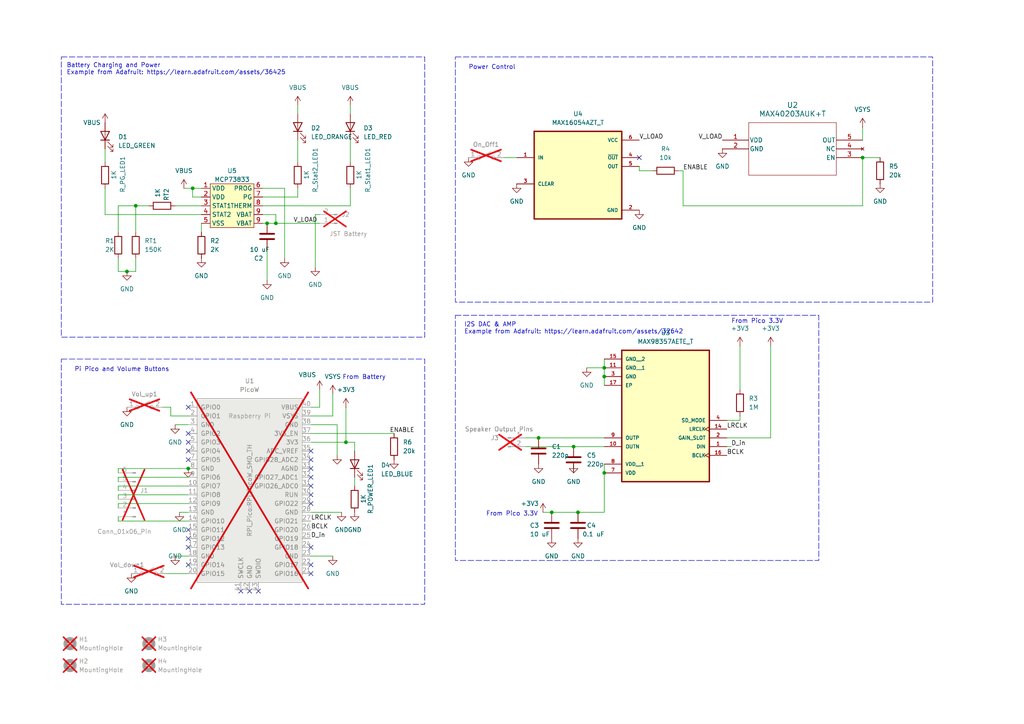
<source format=kicad_sch>
(kicad_sch (version 20231120) (generator "eeschema") (generator_version "8.0")
  (paper "A4")
  (title_block (title "BLE Speaker with Pi Pico"))
  (lib_symbols
    (symbol "+3V3_1" (power) (pin_numbers hide) (pin_names (offset 0) hide)
      (property "Value" "+3V3" (at 0 3.556 0))
      (symbol "+3V3_1_0_1"
        (polyline (pts (xy -0.762 1.27) (xy 0 2.54)))
        (polyline (pts (xy 0 0) (xy 0 2.54)))
        (polyline (pts (xy 0 2.54) (xy 0.762 1.27)))
      )
      (symbol "+3V3_1_1_1"
        (pin power_in line (at 0 0 90) (length 0) (name "~") (number "1"))
      )
    )
    (symbol "Connector:Conn_01x02_Pin" (pin_names (offset 1.016) hide)
      (property "Reference" "J" (at 0 2.54 0))
      (property "Value" "Conn_01x02_Pin" (at 0 -5.08 0))
      (symbol "Conn_01x02_Pin_1_1"
        (polyline (pts (xy 1.27 -2.54) (xy 0.8636 -2.54)) (stroke (width 0.1524)))
        (polyline (pts (xy 1.27 0) (xy 0.8636 0)) (stroke (width 0.1524)))
        (rectangle (start 0.8636 -2.413) (end 0 -2.667) (stroke (width 0.1524)) (fill (type outline)))
        (rectangle (start 0.8636 0.127) (end 0 -0.127) (stroke (width 0.1524)) (fill (type outline)))
        (pin passive line (at 5.08 0 180) (length 3.81) (name "Pin_1") (number "1"))
        (pin passive line (at 5.08 -2.54 180) (length 3.81) (name "Pin_2") (number "2"))
      )
    )
    (symbol "Connector:Conn_01x06_Pin" (pin_names (offset 1.016) hide)
      (property "Reference" "J" (at 0 7.62 0))
      (property "Value" "Conn_01x06_Pin" (at 0 -10.16 0))
      (symbol "Conn_01x06_Pin_1_1"
        (polyline (pts (xy 1.27 -7.62) (xy 0.8636 -7.62)) (stroke (width 0.1524)))
        (polyline (pts (xy 1.27 -5.08) (xy 0.8636 -5.08)) (stroke (width 0.1524)))
        (polyline (pts (xy 1.27 -2.54) (xy 0.8636 -2.54)) (stroke (width 0.1524)))
        (polyline (pts (xy 1.27 0) (xy 0.8636 0)) (stroke (width 0.1524)))
        (polyline (pts (xy 1.27 2.54) (xy 0.8636 2.54)) (stroke (width 0.1524)))
        (polyline (pts (xy 1.27 5.08) (xy 0.8636 5.08)) (stroke (width 0.1524)))
        (rectangle (start 0.8636 -7.493) (end 0 -7.747) (stroke (width 0.1524)) (fill (type outline)))
        (rectangle (start 0.8636 -4.953) (end 0 -5.207) (stroke (width 0.1524)) (fill (type outline)))
        (rectangle (start 0.8636 -2.413) (end 0 -2.667) (stroke (width 0.1524)) (fill (type outline)))
        (rectangle (start 0.8636 0.127) (end 0 -0.127) (stroke (width 0.1524)) (fill (type outline)))
        (rectangle (start 0.8636 2.667) (end 0 2.413) (stroke (width 0.1524)) (fill (type outline)))
        (rectangle (start 0.8636 5.207) (end 0 4.953) (stroke (width 0.1524)) (fill (type outline)))
        (pin passive line (at 5.08 5.08 180) (length 3.81) (name "Pin_1") (number "1"))
        (pin passive line (at 5.08 2.54 180) (length 3.81) (name "Pin_2") (number "2"))
        (pin passive line (at 5.08 0 180) (length 3.81) (name "Pin_3") (number "3"))
        (pin passive line (at 5.08 -2.54 180) (length 3.81) (name "Pin_4") (number "4"))
        (pin passive line (at 5.08 -5.08 180) (length 3.81) (name "Pin_5") (number "5"))
        (pin passive line (at 5.08 -7.62 180) (length 3.81) (name "Pin_6") (number "6"))
      )
    )
    (symbol "Device:C" (pin_numbers hide) (pin_names (offset 0.254))
      (property "Reference" "C" (at 0.635 2.54 0))
      (property "Value" "C" (at 0.635 -2.54 0))
      (symbol "C_0_1"
        (polyline (pts (xy -2.032 -0.762) (xy 2.032 -0.762)) (stroke (width 0.508)))
        (polyline (pts (xy -2.032 0.762) (xy 2.032 0.762)) (stroke (width 0.508)))
      )
      (symbol "C_1_1"
        (pin passive line (at 0 3.81 270) (length 2.794) (name "~") (number "1"))
        (pin passive line (at 0 -3.81 90) (length 2.794) (name "~") (number "2"))
      )
    )
    (symbol "Device:LED" (pin_numbers hide) (pin_names (offset 1.016) hide)
      (property "Reference" "D" (at 0 2.54 0))
      (property "Value" "LED" (at 0 -2.54 0))
      (symbol "LED_0_1"
        (polyline (pts (xy -1.27 -1.27) (xy -1.27 1.27)) (stroke (width 0.254)))
        (polyline (pts (xy -1.27 0) (xy 1.27 0)))
        (polyline (pts (xy 1.27 -1.27) (xy 1.27 1.27) (xy -1.27 0) (xy 1.27 -1.27)) (stroke (width 0.254)))
        (polyline (pts (xy -3.048 -0.762) (xy -4.572 -2.286) (xy -3.81 -2.286) (xy -4.572 -2.286) (xy -4.572 -1.524)))
        (polyline (pts (xy -1.778 -0.762) (xy -3.302 -2.286) (xy -2.54 -2.286) (xy -3.302 -2.286) (xy -3.302 -1.524)))
      )
      (symbol "LED_1_1"
        (pin passive line (at -3.81 0 0) (length 2.54) (name "K") (number "1"))
        (pin passive line (at 3.81 0 180) (length 2.54) (name "A") (number "2"))
      )
    )
    (symbol "Device:R" (pin_numbers hide) (pin_names (offset 0))
      (property "Reference" "R" (at 2.032 0 90))
      (property "Value" "R" (at 0 0 90))
      (symbol "R_0_1"
        (rectangle (start -1.016 -2.54) (end 1.016 2.54) (stroke (width 0.254)))
      )
      (symbol "R_1_1"
        (pin passive line (at 0 3.81 270) (length 1.27) (name "~") (number "1"))
        (pin passive line (at 0 -3.81 90) (length 1.27) (name "~") (number "2"))
      )
    )
    (symbol "GND_1" (power) (pin_numbers hide) (pin_names (offset 0) hide)
      (property "Value" "GND" (at 0 -3.81 0))
      (symbol "GND_1_0_1"
        (polyline (pts (xy 0 0) (xy 0 -1.27) (xy 1.27 -1.27) (xy 0 -2.54) (xy -1.27 -1.27) (xy 0 -1.27)))
      )
      (symbol "GND_1_1_1"
        (pin power_in line (at 0 0 270) (length 0) (name "~") (number "1"))
      )
    )
    (symbol "Jacobs_Lib:MAX98357AETE_T" (pin_names (offset 1.016))
      (property "Reference" "U" (at -12.7 16.2306 0))
      (property "Value" "MAX98357AETE_T" (at -12.7 -26.8478 0))
      (symbol "MAX98357AETE_T_0_0"
        (rectangle (start -12.7 -22.86) (end 12.7 15.24) (stroke (width 0.4064)) (fill (type background)))
        (pin input line (at -17.78 5.08 0) (length 5.08) (name "DIN") (number "1"))
        (pin output line (at 17.78 5.08 180) (length 5.08) (name "OUTN") (number "10"))
        (pin power_in line (at 17.78 -17.78 180) (length 5.08) (name "GND__1") (number "11"))
        (pin input clock (at -17.78 0 0) (length 5.08) (name "LRCLK") (number "14"))
        (pin power_in line (at 17.78 -20.32 180) (length 5.08) (name "GND__2") (number "15"))
        (pin input clock (at -17.78 7.62 0) (length 5.08) (name "BCLK") (number "16"))
        (pin power_in line (at 17.78 -12.7 180) (length 5.08) (name "EP") (number "17"))
        (pin input line (at -17.78 2.54 0) (length 5.08) (name "GAIN_SLOT") (number "2"))
        (pin power_in line (at 17.78 -15.24 180) (length 5.08) (name "GND") (number "3"))
        (pin input line (at -17.78 -2.54 0) (length 5.08) (name "SD_MODE") (number "4"))
        (pin power_in line (at 17.78 12.7 180) (length 5.08) (name "VDD") (number "7"))
        (pin power_in line (at 17.78 10.16 180) (length 5.08) (name "VDD__1") (number "8"))
        (pin output line (at 17.78 2.54 180) (length 5.08) (name "OUTP") (number "9"))
      )
    )
    (symbol "MAX16054AZT_T:MAX16054AZT_T" (pin_names (offset 1.016))
      (property "Reference" "U" (at -12.7 13.7 0))
      (property "Value" "MAX16054AZT_T" (at -12.7 -16.7 0))
      (symbol "MAX16054AZT_T_0_0"
        (rectangle (start -12.7 -12.7) (end 12.7 12.7) (stroke (width 0.41)) (fill (type background)))
        (pin input line (at -17.78 5.08 0) (length 5.08) (name "IN") (number "1"))
        (pin power_in line (at 17.78 -10.16 180) (length 5.08) (name "GND") (number "2"))
        (pin bidirectional line (at -17.78 -2.54 0) (length 5.08) (name "CLEAR") (number "3"))
        (pin output line (at 17.78 5.08 180) (length 5.08) (name "~{OUT}") (number "4"))
        (pin output line (at 17.78 2.54 180) (length 5.08) (name "OUT") (number "5"))
        (pin power_in line (at 17.78 10.16 180) (length 5.08) (name "VCC") (number "6"))
      )
    )
    (symbol "Mechanical:MountingHole" (pin_names (offset 1.016))
      (property "Reference" "H" (at 0 5.08 0))
      (property "Value" "MountingHole" (at 0 3.175 0))
      (symbol "MountingHole_0_1"
        (circle (center 0 0) (radius 1.27) (stroke (width 1.27)))
      )
    )
    (symbol "PicoW:PicoW" (pin_names (offset 1.016))
      (property "Reference" "U" (at -13.97 27.94 0))
      (property "Value" "PicoW" (at 0 19.05 0))
      (symbol "PicoW_0_0"
        (text "Raspberry Pi" (at 0 21.59 0) (effects (font (size 1.27 1.27))))
      )
      (symbol "PicoW_0_1"
        (rectangle (start -15.24 26.67) (end 15.24 -26.67) (fill (type background)))
      )
      (symbol "PicoW_1_1"
        (pin bidirectional line (at -17.78 24.13 0) (length 2.54) (name "GPIO0") (number "1"))
        (pin bidirectional line (at -17.78 1.27 0) (length 2.54) (name "GPIO7") (number "10"))
        (pin bidirectional line (at -17.78 -1.27 0) (length 2.54) (name "GPIO8") (number "11"))
        (pin bidirectional line (at -17.78 -3.81 0) (length 2.54) (name "GPIO9") (number "12"))
        (pin power_in line (at -17.78 -6.35 0) (length 2.54) (name "GND") (number "13"))
        (pin bidirectional line (at -17.78 -8.89 0) (length 2.54) (name "GPIO10") (number "14"))
        (pin bidirectional line (at -17.78 -11.43 0) (length 2.54) (name "GPIO11") (number "15"))
        (pin bidirectional line (at -17.78 -13.97 0) (length 2.54) (name "GPIO12") (number "16"))
        (pin bidirectional line (at -17.78 -16.51 0) (length 2.54) (name "GPIO13") (number "17"))
        (pin power_in line (at -17.78 -19.05 0) (length 2.54) (name "GND") (number "18"))
        (pin bidirectional line (at -17.78 -21.59 0) (length 2.54) (name "GPIO14") (number "19"))
        (pin bidirectional line (at -17.78 21.59 0) (length 2.54) (name "GPIO1") (number "2"))
        (pin bidirectional line (at -17.78 -24.13 0) (length 2.54) (name "GPIO15") (number "20"))
        (pin bidirectional line (at 17.78 -24.13 180) (length 2.54) (name "GPIO16") (number "21"))
        (pin bidirectional line (at 17.78 -21.59 180) (length 2.54) (name "GPIO17") (number "22"))
        (pin power_in line (at 17.78 -19.05 180) (length 2.54) (name "GND") (number "23"))
        (pin bidirectional line (at 17.78 -16.51 180) (length 2.54) (name "GPIO18") (number "24"))
        (pin bidirectional line (at 17.78 -13.97 180) (length 2.54) (name "GPIO19") (number "25"))
        (pin bidirectional line (at 17.78 -11.43 180) (length 2.54) (name "GPIO20") (number "26"))
        (pin bidirectional line (at 17.78 -8.89 180) (length 2.54) (name "GPIO21") (number "27"))
        (pin power_in line (at 17.78 -6.35 180) (length 2.54) (name "GND") (number "28"))
        (pin bidirectional line (at 17.78 -3.81 180) (length 2.54) (name "GPIO22") (number "29"))
        (pin power_in line (at -17.78 19.05 0) (length 2.54) (name "GND") (number "3"))
        (pin input line (at 17.78 -1.27 180) (length 2.54) (name "RUN") (number "30"))
        (pin bidirectional line (at 17.78 1.27 180) (length 2.54) (name "GPIO26_ADC0") (number "31"))
        (pin bidirectional line (at 17.78 3.81 180) (length 2.54) (name "GPIO27_ADC1") (number "32"))
        (pin power_in line (at 17.78 6.35 180) (length 2.54) (name "AGND") (number "33"))
        (pin bidirectional line (at 17.78 8.89 180) (length 2.54) (name "GPIO28_ADC2") (number "34"))
        (pin unspecified line (at 17.78 11.43 180) (length 2.54) (name "ADC_VREF") (number "35"))
        (pin unspecified line (at 17.78 13.97 180) (length 2.54) (name "3V3") (number "36"))
        (pin input line (at 17.78 16.51 180) (length 2.54) (name "3V3_EN") (number "37"))
        (pin bidirectional line (at 17.78 19.05 180) (length 2.54) (name "GND") (number "38"))
        (pin unspecified line (at 17.78 21.59 180) (length 2.54) (name "VSYS") (number "39"))
        (pin bidirectional line (at -17.78 16.51 0) (length 2.54) (name "GPIO2") (number "4"))
        (pin unspecified line (at 17.78 24.13 180) (length 2.54) (name "VBUS") (number "40"))
        (pin input line (at -2.54 -29.21 90) (length 2.54) (name "SWCLK") (number "41"))
        (pin power_in line (at 0 -29.21 90) (length 2.54) (name "GND") (number "42"))
        (pin bidirectional line (at 2.54 -29.21 90) (length 2.54) (name "SWDIO") (number "43"))
        (pin bidirectional line (at -17.78 13.97 0) (length 2.54) (name "GPIO3") (number "5"))
        (pin bidirectional line (at -17.78 11.43 0) (length 2.54) (name "GPIO4") (number "6"))
        (pin bidirectional line (at -17.78 8.89 0) (length 2.54) (name "GPIO5") (number "7"))
        (pin power_in line (at -17.78 6.35 0) (length 2.54) (name "GND") (number "8"))
        (pin bidirectional line (at -17.78 3.81 0) (length 2.54) (name "GPIO6") (number "9"))
      )
    )
    (symbol "Switch:SW_SPST" (pin_names (offset 0) hide)
      (property "Reference" "SW" (at 0 3.175 0))
      (property "Value" "SW_SPST" (at 0 -2.54 0))
      (symbol "SW_SPST_0_0"
        (circle (center -2.032 0) (radius 0.508))
        (polyline (pts (xy -1.524 0.254) (xy 1.524 1.778)))
        (circle (center 2.032 0) (radius 0.508))
      )
      (symbol "SW_SPST_1_1"
        (pin passive line (at -5.08 0 0) (length 2.54) (name "A") (number "1"))
        (pin passive line (at 5.08 0 180) (length 2.54) (name "B") (number "2"))
      )
    )
    (symbol "VBUS_1" (power) (pin_numbers hide) (pin_names (offset 0) hide)
      (property "Value" "VBUS" (at 0 3.556 0))
      (symbol "VBUS_1_0_1"
        (polyline (pts (xy -0.762 1.27) (xy 0 2.54)))
        (polyline (pts (xy 0 0) (xy 0 2.54)))
        (polyline (pts (xy 0 2.54) (xy 0.762 1.27)))
      )
      (symbol "VBUS_1_1_1"
        (pin power_in line (at 0 0 90) (length 0) (name "~") (number "1"))
      )
    )
    (symbol "max040302:MAX40203AUK+T" (pin_names (offset 0.254))
      (property "Reference" "U" (at 20.32 10.16 0))
      (property "Value" "MAX40203AUK+T" (at 20.32 7.62 0))
      (symbol "MAX40203AUK+T_0_1"
        (polyline (pts (xy 7.62 -10.16) (xy 33.02 -10.16)) (stroke (width 0.127)))
        (polyline (pts (xy 7.62 5.08) (xy 7.62 -10.16)) (stroke (width 0.127)))
        (polyline (pts (xy 33.02 -10.16) (xy 33.02 5.08)) (stroke (width 0.127)))
        (polyline (pts (xy 33.02 5.08) (xy 7.62 5.08)) (stroke (width 0.127)))
        (pin power_in line (at 0 0 0) (length 7.62) (name "VDD") (number "1"))
        (pin power_in line (at 0 -2.54 0) (length 7.62) (name "GND") (number "2"))
        (pin input line (at 40.64 -5.08 180) (length 7.62) (name "EN") (number "3"))
        (pin no_connect line (at 40.64 -2.54 180) (length 7.62) (name "NC") (number "4"))
        (pin output line (at 40.64 0 180) (length 7.62) (name "OUT") (number "5"))
      )
    )
    (symbol "mcp73833:MCP73833"
      (property "Reference" "U" (at -2.54 7.62 0))
      (symbol "MCP73833_1_1"
        (rectangle (start -5.08 6.35) (end 7.62 -6.35) (fill (type background)))
        (pin input line (at -7.62 5.08 0) (length 2.54) (name "VDD") (number "1"))
        (pin input line (at -7.62 2.54 0) (length 2.54) (name "VDD") (number "2"))
        (pin output line (at -7.62 0 0) (length 2.54) (name "STAT1") (number "3"))
        (pin output line (at -7.62 -2.54 0) (length 2.54) (name "STAT2") (number "4"))
        (pin input line (at -7.62 -5.08 0) (length 2.54) (name "VSS") (number "5"))
        (pin input line (at 10.16 5.08 180) (length 2.54) (name "PROG") (number "6"))
        (pin output line (at 10.16 2.54 180) (length 2.54) (name "PG") (number "7"))
        (pin input line (at 10.16 0 180) (length 2.54) (name "THERM") (number "8"))
        (pin output line (at 10.16 -5.08 180) (length 2.54) (name "VBAT") (number "9"))
        (pin output line (at 10.16 -2.54 180) (length 2.54) (name "VBAT") (number "9"))
      )
    )
    (symbol "power:+3V3" (power) (pin_names (offset 0))
      (property "Value" "+3V3" (at 0 3.556 0))
      (symbol "+3V3_0_1"
        (polyline (pts (xy -0.762 1.27) (xy 0 2.54)))
        (polyline (pts (xy 0 0) (xy 0 2.54)))
        (polyline (pts (xy 0 2.54) (xy 0.762 1.27)))
      )
      (symbol "+3V3_1_1"
        (pin power_in line (at 0 0 90) (length 0) hide (name "+3V3") (number "1"))
      )
    )
    (symbol "power:GND" (power) (pin_names (offset 0))
      (property "Value" "GND" (at 0 -3.81 0))
      (symbol "GND_0_1"
        (polyline (pts (xy 0 0) (xy 0 -1.27) (xy 1.27 -1.27) (xy 0 -2.54) (xy -1.27 -1.27) (xy 0 -1.27)))
      )
      (symbol "GND_1_1"
        (pin power_in line (at 0 0 270) (length 0) hide (name "GND") (number "1"))
      )
    )
    (symbol "power:VBUS" (power) (pin_names (offset 0))
      (property "Value" "VBUS" (at 0 3.81 0))
      (symbol "VBUS_0_1"
        (polyline (pts (xy -0.762 1.27) (xy 0 2.54)))
        (polyline (pts (xy 0 0) (xy 0 2.54)))
        (polyline (pts (xy 0 2.54) (xy 0.762 1.27)))
      )
      (symbol "VBUS_1_1"
        (pin power_in line (at 0 0 90) (length 0) hide (name "VBUS") (number "1"))
      )
    )
    (symbol "power:VCC" (power) (pin_numbers hide) (pin_names (offset 0) hide)
      (property "Value" "VCC" (at 0 3.556 0))
      (symbol "VCC_0_1"
        (polyline (pts (xy -0.762 1.27) (xy 0 2.54)))
        (polyline (pts (xy 0 0) (xy 0 2.54)))
        (polyline (pts (xy 0 2.54) (xy 0.762 1.27)))
      )
      (symbol "VCC_1_1"
        (pin power_in line (at 0 0 90) (length 0) (name "~") (number "1"))
      )
    )
    (symbol "power:VDD" (power) (pin_names (offset 0))
      (property "Value" "VDD" (at 0 3.81 0))
      (symbol "VDD_0_1"
        (polyline (pts (xy -0.762 1.27) (xy 0 2.54)))
        (polyline (pts (xy 0 0) (xy 0 2.54)))
        (polyline (pts (xy 0 2.54) (xy 0.762 1.27)))
      )
      (symbol "VDD_1_1"
        (pin power_in line (at 0 0 90) (length 0) hide (name "VDD") (number "1"))
      )
    )
  )
  (junction (at 175.26 106.68))
  (junction (at 156.21 127))
  (junction (at 36.83 78.74))
  (junction (at 160.02 148.59))
  (junction (at 175.26 109.22))
  (junction (at 80.01 64.77))
  (junction (at 55.88 54.61))
  (junction (at 166.37 129.54))
  (junction (at 250.19 45.72))
  (junction (at 100.33 128.27))
  (junction (at 54.61 135.89))
  (junction (at 77.47 64.77))
  (junction (at 175.26 137.16))
  (junction (at 39.37 59.69))
  (junction (at 167.64 148.59))
  (no_connect (at 90.17 133.35))
  (no_connect (at 185.42 45.72))
  (no_connect (at 90.17 135.89))
  (no_connect (at 90.17 166.37))
  (no_connect (at 54.61 130.81))
  (no_connect (at 69.85 171.45))
  (no_connect (at 54.61 163.83))
  (no_connect (at 90.17 158.75))
  (no_connect (at 90.17 140.97))
  (no_connect (at 54.61 133.35))
  (no_connect (at 54.61 125.73))
  (no_connect (at 54.61 158.75))
  (no_connect (at 74.93 171.45))
  (no_connect (at 72.39 171.45))
  (no_connect (at 54.61 128.27))
  (no_connect (at 54.61 153.67))
  (no_connect (at 90.17 130.81))
  (no_connect (at 54.61 118.11))
  (no_connect (at 90.17 143.51))
  (no_connect (at 90.17 138.43))
  (no_connect (at 90.17 163.83))
  (no_connect (at 54.61 156.21))
  (no_connect (at 90.17 146.05))
  (wire (pts (xy 34.29 146.05) (xy 54.61 146.05)))
  (wire (pts (xy 77.47 72.39) (xy 77.47 81.28)))
  (wire (pts (xy 77.47 64.77) (xy 80.01 64.77)))
  (wire (pts (xy 86.36 54.61) (xy 86.36 57.15)))
  (wire (pts (xy 101.6 54.61) (xy 101.6 59.69)))
  (wire (pts (xy 101.6 30.48) (xy 101.6 33.02)))
  (wire (pts (xy 49.53 118.11) (xy 49.53 120.65)))
  (wire (pts (xy 76.2 62.23) (xy 80.01 62.23)))
  (wire (pts (xy 34.29 143.51) (xy 54.61 143.51)))
  (wire (pts (xy 167.64 148.59) (xy 175.26 148.59)))
  (wire (pts (xy 50.8 161.29) (xy 54.61 161.29)))
  (wire (pts (xy 34.29 138.43) (xy 54.61 138.43)))
  (wire (pts (xy 166.37 137.16) (xy 166.37 134.62)))
  (wire (pts (xy 34.29 142.24) (xy 34.29 140.97)))
  (wire (pts (xy 34.29 139.7) (xy 34.29 138.43)))
  (wire (pts (xy 91.44 62.23) (xy 91.44 77.47)))
  (wire (pts (xy 250.19 59.69) (xy 250.19 45.72)))
  (wire (pts (xy 90.17 120.65) (xy 96.52 120.65)))
  (wire (pts (xy 102.87 138.43) (xy 102.87 140.97)))
  (wire (pts (xy 58.42 57.15) (xy 55.88 57.15)))
  (wire (pts (xy 34.29 74.93) (xy 34.29 78.74)))
  (wire (pts (xy 250.19 36.83) (xy 250.19 40.64)))
  (wire (pts (xy 36.83 78.74) (xy 39.37 78.74)))
  (wire (pts (xy 175.26 104.14) (xy 175.26 106.68)))
  (wire (pts (xy 175.26 109.22) (xy 175.26 111.76)))
  (wire (pts (xy 82.55 54.61) (xy 82.55 74.93)))
  (wire (pts (xy 76.2 59.69) (xy 101.6 59.69)))
  (wire (pts (xy 175.26 137.16) (xy 175.26 148.59)))
  (wire (pts (xy 152.4 129.54) (xy 166.37 129.54)))
  (wire (pts (xy 55.88 54.61) (xy 55.88 57.15)))
  (wire (pts (xy 198.12 49.53) (xy 196.85 49.53)))
  (wire (pts (xy 76.2 64.77) (xy 77.47 64.77)))
  (wire (pts (xy 34.29 144.78) (xy 34.29 143.51)))
  (wire (pts (xy 100.33 118.11) (xy 100.33 128.27)))
  (wire (pts (xy 50.8 123.19) (xy 54.61 123.19)))
  (wire (pts (xy 34.29 140.97) (xy 54.61 140.97)))
  (wire (pts (xy 48.26 166.37) (xy 54.61 166.37)))
  (wire (pts (xy 90.17 125.73) (xy 114.3 125.73)))
  (wire (pts (xy 34.29 149.86) (xy 34.29 151.13)))
  (wire (pts (xy 212.09 129.54) (xy 210.82 129.54)))
  (wire (pts (xy 34.29 151.13) (xy 54.61 151.13)))
  (wire (pts (xy 214.63 120.65) (xy 214.63 121.92)))
  (wire (pts (xy 39.37 74.93) (xy 39.37 78.74)))
  (wire (pts (xy 49.53 120.65) (xy 54.61 120.65)))
  (wire (pts (xy 76.2 54.61) (xy 82.55 54.61)))
  (wire (pts (xy 97.79 132.08) (xy 97.79 123.19)))
  (wire (pts (xy 80.01 64.77) (xy 92.71 64.77)))
  (wire (pts (xy 185.42 49.53) (xy 185.42 48.26)))
  (wire (pts (xy 34.29 59.69) (xy 34.29 67.31)))
  (wire (pts (xy 92.71 62.23) (xy 91.44 62.23)))
  (wire (pts (xy 34.29 135.89) (xy 54.61 135.89)))
  (wire (pts (xy 90.17 161.29) (xy 96.52 161.29)))
  (wire (pts (xy 96.52 114.3) (xy 96.52 120.65)))
  (wire (pts (xy 146.05 45.72) (xy 149.86 45.72)))
  (wire (pts (xy 90.17 148.59) (xy 99.06 148.59)))
  (wire (pts (xy 53.34 54.61) (xy 55.88 54.61)))
  (wire (pts (xy 101.6 40.64) (xy 101.6 46.99)))
  (wire (pts (xy 198.12 59.69) (xy 250.19 59.69)))
  (wire (pts (xy 170.18 106.68) (xy 175.26 106.68)))
  (wire (pts (xy 214.63 100.33) (xy 214.63 113.03)))
  (wire (pts (xy 86.36 30.48) (xy 86.36 33.02)))
  (wire (pts (xy 210.82 121.92) (xy 214.63 121.92)))
  (wire (pts (xy 34.29 78.74) (xy 36.83 78.74)))
  (wire (pts (xy 175.26 106.68) (xy 175.26 109.22)))
  (wire (pts (xy 30.48 43.18) (xy 30.48 46.99)))
  (wire (pts (xy 198.12 49.53) (xy 198.12 59.69)))
  (wire (pts (xy 157.48 148.59) (xy 160.02 148.59)))
  (wire (pts (xy 34.29 147.32) (xy 34.29 146.05)))
  (wire (pts (xy 34.29 137.16) (xy 34.29 135.89)))
  (wire (pts (xy 30.48 54.61) (xy 30.48 62.23)))
  (wire (pts (xy 52.07 148.59) (xy 54.61 148.59)))
  (wire (pts (xy 250.19 45.72) (xy 255.27 45.72)))
  (wire (pts (xy 160.02 148.59) (xy 167.64 148.59)))
  (wire (pts (xy 39.37 59.69) (xy 43.18 59.69)))
  (wire (pts (xy 39.37 59.69) (xy 39.37 67.31)))
  (wire (pts (xy 223.52 100.33) (xy 223.52 127)))
  (wire (pts (xy 86.36 40.64) (xy 86.36 46.99)))
  (wire (pts (xy 100.33 128.27) (xy 102.87 128.27)))
  (wire (pts (xy 50.8 59.69) (xy 58.42 59.69)))
  (wire (pts (xy 46.99 118.11) (xy 49.53 118.11)))
  (wire (pts (xy 80.01 62.23) (xy 80.01 64.77)))
  (wire (pts (xy 156.21 127) (xy 175.26 127)))
  (wire (pts (xy 210.82 127) (xy 223.52 127)))
  (wire (pts (xy 152.4 127) (xy 156.21 127)))
  (wire (pts (xy 58.42 54.61) (xy 55.88 54.61)))
  (wire (pts (xy 30.48 62.23) (xy 58.42 62.23)))
  (wire (pts (xy 76.2 57.15) (xy 86.36 57.15)))
  (wire (pts (xy 97.79 123.19) (xy 90.17 123.19)))
  (wire (pts (xy 90.17 118.11) (xy 92.71 118.11)))
  (wire (pts (xy 92.71 118.11) (xy 92.71 113.03)))
  (wire (pts (xy 58.42 67.31) (xy 58.42 64.77)))
  (wire (pts (xy 102.87 130.81) (xy 102.87 128.27)))
  (wire (pts (xy 189.23 49.53) (xy 185.42 49.53)))
  (wire (pts (xy 166.37 129.54) (xy 175.26 129.54)))
  (wire (pts (xy 34.29 59.69) (xy 39.37 59.69)))
  (wire (pts (xy 175.26 134.62) (xy 175.26 137.16)))
  (wire (pts (xy 90.17 128.27) (xy 100.33 128.27)))
  (rectangle (start 17.78 104.14) (end 123.19 175.26) (stroke (width 0) (type dash)))
  (rectangle (start 17.78 16.51) (end 123.19 97.79) (stroke (width 0) (type dash)))
  (rectangle (start 132.08 91.44) (end 237.49 162.56) (stroke (width 0) (type dash)))
  (rectangle (start 132.08 16.51) (end 270.51 87.63) (stroke (width 0) (type dash)))
  (text "From Battery " (at 99.314 110.236 0) (effects (font (size 1.27 1.27)) (justify left bottom)))
  (text "From Pico 3.3V" (at 212.09 93.98 0) (effects (font (size 1.27 1.27)) (justify left bottom)))
  (text "From Pico 3.3V" (at 140.97 149.86 0) (effects (font (size 1.27 1.27)) (justify left bottom)))
  (text "Power Control" (at 135.89 20.32 0) (effects (font (size 1.27 1.27)) (justify left bottom)))
  (text "Battery Charging and Power\nExample from Adafruit: https://learn.adafruit.com/assets/36425\n" (at 19.304 21.844 0) (effects (font (size 1.27 1.27)) (justify left bottom)))
  (text "Pi Pico and Volume Buttons" (at 21.59 107.95 0) (effects (font (size 1.27 1.27)) (justify left bottom)))
  (text "I2S DAC & AMP\nExample from Adafruit: https://learn.adafruit.com/assets/32642" (at 134.62 97.028 0) (effects (font (size 1.27 1.27)) (justify left bottom)))
  (label "ENABLE" (at 113.03 125.73 0))
  (label "LRCLK" (at 210.82 124.46 0))
  (label "V_LOAD" (at 185.42 40.64 0))
  (label "D_in" (at 212.09 129.54 0))
  (label "V_LOAD" (at 209.55 40.64 180))
  (label "D_in" (at 90.17 156.21 0))
  (label "BCLK" (at 90.17 153.67 0))
  (label "V_LOAD" (at 85.09 64.77 0))
  (label "ENABLE" (at 198.12 49.53 0))
  (label "BCLK" (at 210.82 132.08 0))
  (label "LRCLK" (at 90.17 151.13 0))
  (symbol (lib_id "Device:R") (at 39.37 71.12 0) (unit 1)
    (property "Reference" "RT1" (at 41.91 69.85 0) (effects (justify left)))
    (property "Value" "150K" (at 41.91 72.39 0) (effects (justify left)))
    (property "Footprint" "Resistor_SMD:R_0603_1608Metric" (effects (hide yes)))
    (property "Link" "https://www.digikey.com/en/products/detail/yageo/RC0603FR-07150KL/726959" (effects (hide yes)))
    (property "MPN" "RC0603FR-07150KL" (effects (hide yes)))
  )
  (symbol (lib_id "Device:R") (at 101.6 50.8 0) (unit 1)
    (property "Reference" "R_Stat1_LED1" (at 106.68 55.88 90) (effects (justify left)))
    (property "Value" "1K" (at 104.14 52.07 90) (effects (justify left)))
    (property "Footprint" "Resistor_SMD:R_0603_1608Metric" (effects (hide yes)))
    (property "Link" "https://www.digikey.com/en/products/detail/yageo/RC0603FR-071KL/726843" (effects (hide yes)))
    (property "MPN" "RC0603FR-071KL" (effects (hide yes)))
  )
  (symbol (lib_id "Device:C") (at 167.64 152.4 0) (unit 1)
    (property "Reference" "C4" (at 170.18 152.4 0) (effects (justify left)))
    (property "Value" "0.1 uF" (at 168.91 154.94 0) (effects (justify left)))
    (property "Footprint" "Capacitor_SMD:C_0603_1608Metric" (effects (hide yes)))
    (property "MPN" "CC0603KRX7R7BB104" (effects (hide yes)))
  )
  (symbol (lib_id "max040302:MAX40203AUK+T") (at 209.55 40.64 0) (unit 1)
    (property "Reference" "U2" (at 229.87 30.48 0) (effects (font (size 1.524 1.524))))
    (property "Value" "MAX40203AUK+T" (at 229.87 33.02 0) (effects (font (size 1.524 1.524))))
    (property "Footprint" "21-0057F_MXM" (effects (hide yes)))
    (property "Datasheet" "MAX40203AUK+T" (effects (hide yes)))
    (property "Link" "https://www.digikey.com/en/products/detail/analog-devices-inc-maxim-integrated/MAX40203AUK-T/10447227?msockid=1cfcdfe0f76b64111d36cc60f6416529" (effects (hide yes)))
    (property "MPN" "MAX40203AUK+T" (effects (hide yes)))
  )
  (symbol (lib_id "power:+3V3") (at 157.48 148.59 0) (unit 1)
    (property "Reference" "#PWR017" (effects (hide yes)))
    (property "Value" "+3V3" (at 153.67 146.05 0))
  )
  (symbol (lib_id "Switch:SW_SPST") (at 140.97 45.72 0) (unit 1) (dnp yes)
    (property "Reference" "On_Off1" (at 140.97 41.91 0))
    (property "Value" "SW_SPST" (effects (hide yes)))
    (property "Footprint" "Button_Switch_THT:SW_PUSH_6mm_H9.5mm" (effects (hide yes)))
  )
  (symbol (lib_name "GND_1") (lib_id "power:GND") (at 149.86 53.34 0) (unit 1)
    (property "Reference" "#PWR025" (effects (hide yes)))
    (property "Value" "GND" (at 149.86 58.42 0))
    (property "Description" "Power symbol creates a global label with name \"GND\" , ground" (effects (hide yes)))
  )
  (symbol (lib_id "Device:LED") (at 30.48 39.37 90) (unit 1)
    (property "Reference" "D1" (at 34.29 39.6874 90) (effects (justify right)))
    (property "Value" "LED_GREEN" (at 34.29 42.2274 90) (effects (justify right)))
    (property "Footprint" "LED_SMD:LED_0402_1005Metric_Pad0.77x0.64mm_HandSolder" (effects (hide yes)))
    (property "MPN" "150040GS73240" (effects (hide yes)))
  )
  (symbol (lib_id "power:GND") (at 167.64 156.21 0) (unit 1)
    (property "Reference" "#PWR019" (effects (hide yes)))
    (property "Value" "GND" (at 167.64 161.29 0))
  )
  (symbol (lib_id "power:VCC") (at 250.19 36.83 0) (unit 1)
    (property "Reference" "#PWR032" (effects (hide yes)))
    (property "Value" "VSYS" (at 250.19 31.75 0))
    (property "Description" "Power symbol creates a global label with name \"VCC\"" (effects (hide yes)))
  )
  (symbol (lib_id "Mechanical:MountingHole") (at 43.18 193.04 0) (unit 1) (dnp yes)
    (property "Reference" "H4" (at 45.72 191.77 0) (effects (justify left)))
    (property "Value" "MountingHole" (at 45.72 194.31 0) (effects (justify left)))
    (property "Footprint" "MountingHole:MountingHole_2mm" (effects (hide yes)))
  )
  (symbol (lib_id "Switch:SW_SPST") (at 43.18 166.37 0) (unit 1) (dnp yes)
    (property "Reference" "Vol_down1" (at 36.83 163.83 0))
    (property "Value" "SW_SPST" (effects (hide yes)))
    (property "Footprint" "Button_Switch_THT:SW_PUSH_6mm_H8mm" (effects (hide yes)))
  )
  (symbol (lib_id "power:GND") (at 82.55 74.93 0) (unit 1)
    (property "Reference" "#PWR020" (effects (hide yes)))
    (property "Value" "GND" (at 82.55 80.01 0))
  )
  (symbol (lib_id "power:GND") (at 160.02 156.21 0) (unit 1)
    (property "Reference" "#PWR018" (effects (hide yes)))
    (property "Value" "GND" (at 160.02 161.29 0))
  )
  (symbol (lib_id "Device:R") (at 255.27 49.53 180) (unit 1)
    (property "Reference" "R5" (at 257.81 48.2599 0) (effects (justify right)))
    (property "Value" "20k" (at 257.81 50.7999 0) (effects (justify right)))
    (property "Footprint" "Resistor_SMD:R_0603_1608Metric_Pad0.98x0.95mm_HandSolder" (effects (hide yes)))
    (property "Description" "Resistor" (effects (hide yes)))
    (property "MPN" "ERJ-3EKF2002V" (effects (hide yes)))
  )
  (symbol (lib_id "power:VBUS") (at 86.36 30.48 0) (unit 1)
    (property "Reference" "#PWR023" (effects (hide yes)))
    (property "Value" "VBUS" (at 86.36 25.4 0))
  )
  (symbol (lib_id "power:VBUS") (at 30.48 35.56 0) (unit 1)
    (property "Reference" "#PWR09" (effects (hide yes)))
    (property "Value" "VBUS" (at 26.67 35.56 0))
  )
  (symbol (lib_id "power:GND") (at 50.8 161.29 0) (unit 1)
    (property "Reference" "#PWR07" (effects (hide yes)))
    (property "Value" "GND" (at 50.8 161.29 0))
  )
  (symbol (lib_id "power:GND") (at 166.37 134.62 0) (unit 1)
    (property "Reference" "#PWR04" (effects (hide yes)))
    (property "Value" "GND" (at 166.37 139.7 0))
  )
  (symbol (lib_id "Device:R") (at 86.36 50.8 0) (unit 1)
    (property "Reference" "R_Stat2_LED1" (at 91.44 55.88 90) (effects (justify left)))
    (property "Value" "1K" (at 88.9 52.07 90) (effects (justify left)))
    (property "Footprint" "Resistor_SMD:R_0603_1608Metric" (effects (hide yes)))
    (property "Link" "https://www.digikey.com/en/products/detail/yageo/RC0603FR-071KL/726843" (effects (hide yes)))
    (property "MPN" "RC0603FR-071KL" (effects (hide yes)))
  )
  (symbol (lib_id "Device:LED") (at 86.36 36.83 90) (unit 1)
    (property "Reference" "D2" (at 90.17 37.1474 90) (effects (justify right)))
    (property "Value" "LED_ORANGE" (at 90.17 39.6874 90) (effects (justify right)))
    (property "Footprint" "LED_SMD:LED_0402_1005Metric_Pad0.77x0.64mm_HandSolder" (effects (hide yes)))
    (property "MPN" "SML-LX0402SOC-TR" (effects (hide yes)))
  )
  (symbol (lib_id "Device:R") (at 114.3 129.54 0) (unit 1)
    (property "Reference" "R6" (at 116.84 128.2699 0) (effects (justify left)))
    (property "Value" "20k" (at 116.84 130.8099 0) (effects (justify left)))
    (property "Footprint" "Resistor_SMD:R_0603_1608Metric_Pad0.98x0.95mm_HandSolder" (effects (hide yes)))
    (property "Description" "Resistor" (effects (hide yes)))
    (property "MPN" "ERJ-3EKF2002V" (effects (hide yes)))
  )
  (symbol (lib_id "power:VDD") (at 96.52 114.3 0) (unit 1)
    (property "Reference" "#PWR027" (effects (hide yes)))
    (property "Value" "VSYS" (at 96.52 109.22 0))
  )
  (symbol (lib_id "power:GND") (at 156.21 134.62 0) (unit 1)
    (property "Reference" "#PWR03" (effects (hide yes)))
    (property "Value" "GND" (at 156.21 139.7 0))
  )
  (symbol (lib_id "power:GND") (at 96.52 161.29 0) (unit 1)
    (property "Reference" "#PWR012" (effects (hide yes)))
    (property "Value" "GND" (at 96.52 166.37 0))
  )
  (symbol (lib_id "power:GND") (at 52.07 148.59 0) (unit 1)
    (property "Reference" "#PWR08" (effects (hide yes)))
    (property "Value" "GND" (at 52.07 153.67 0))
  )
  (symbol (lib_id "Device:R") (at 34.29 71.12 0) (unit 1)
    (property "Reference" "R1" (at 30.48 69.85 0) (effects (justify left)))
    (property "Value" "2K" (at 30.48 72.39 0) (effects (justify left)))
    (property "Footprint" "Resistor_SMD:R_0603_1608Metric" (effects (hide yes)))
    (property "MPN" "ERJ-3EKF2001V" (effects (hide yes)))
  )
  (symbol (lib_id "Device:R") (at 58.42 71.12 0) (unit 1)
    (property "Reference" "R2" (at 60.96 69.85 0) (effects (justify left)))
    (property "Value" "2K" (at 60.96 72.39 0) (effects (justify left)))
    (property "Footprint" "Resistor_SMD:R_0603_1608Metric" (effects (hide yes)))
    (property "MPN" "ERJ-3EKF2001V" (effects (hide yes)))
  )
  (symbol (lib_id "power:GND") (at 135.89 45.72 0) (unit 1)
    (property "Reference" "#PWR028" (effects (hide yes)))
    (property "Value" "GND" (at 135.89 50.8 0))
  )
  (symbol (lib_id "power:GND") (at 97.79 132.08 0) (unit 1)
    (property "Reference" "#PWR016" (effects (hide yes)))
    (property "Value" "GND" (effects (hide yes)))
  )
  (symbol (lib_id "Connector:Conn_01x02_Pin") (at 97.79 64.77 180) (unit 1) (dnp yes)
    (property "Reference" "J2" (at 99.06 62.23 0) (effects (justify right)))
    (property "Value" "JST Battery" (at 95.504 67.818 0) (effects (justify right)))
    (property "Footprint" "Connector_JST:JST_PH_S2B-PH-SM4-TB_1x02-1MP_P2.00mm_Horizontal" (effects (hide yes)))
  )
  (symbol (lib_id "power:GND") (at 170.18 106.68 0) (unit 1)
    (property "Reference" "#PWR029" (effects (hide yes)))
    (property "Value" "GND" (at 170.18 111.76 0))
  )
  (symbol (lib_id "power:GND") (at 36.83 78.74 0) (unit 1)
    (property "Reference" "#PWR010" (effects (hide yes)))
    (property "Value" "GND" (at 36.83 83.82 0))
  )
  (symbol (lib_id "Switch:SW_SPST") (at 41.91 118.11 0) (unit 1) (dnp yes)
    (property "Reference" "Vol_up1" (at 41.91 114.3 0))
    (property "Value" "SW_SPST" (effects (hide yes)))
    (property "Footprint" "Button_Switch_THT:SW_PUSH_6mm_H9.5mm" (effects (hide yes)))
  )
  (symbol (lib_id "Device:R") (at 30.48 50.8 0) (unit 1)
    (property "Reference" "R_PG_LED1" (at 35.56 55.88 90) (effects (justify left)))
    (property "Value" "1K" (at 33.02 52.07 90) (effects (justify left)))
    (property "Footprint" "Resistor_SMD:R_0603_1608Metric" (effects (hide yes)))
    (property "Link" "https://www.digikey.com/en/products/detail/yageo/RC0603FR-071KL/726843" (effects (hide yes)))
    (property "MPN" "RC0603FR-071KL" (effects (hide yes)))
  )
  (symbol (lib_id "Mechanical:MountingHole") (at 20.32 186.69 0) (unit 1) (dnp yes)
    (property "Reference" "H1" (at 22.86 185.42 0) (effects (justify left)))
    (property "Value" "MountingHole" (at 22.86 187.96 0) (effects (justify left)))
    (property "Footprint" "MountingHole:MountingHole_2mm" (effects (hide yes)))
  )
  (symbol (lib_id "power:GND") (at 102.87 148.59 0) (unit 1)
    (property "Reference" "#PWR037" (effects (hide yes)))
    (property "Value" "GND" (at 102.87 153.67 0))
  )
  (symbol (lib_id "Device:LED") (at 102.87 134.62 90) (unit 1)
    (property "Reference" "D4" (at 110.49 134.9374 90) (effects (justify right)))
    (property "Value" "LED_BLUE" (at 110.49 137.4774 90) (effects (justify right)))
    (property "Footprint" "LED_SMD:LED_0402_1005Metric_Pad0.77x0.64mm_HandSolder" (effects (hide yes)))
    (property "MPN" "XZMDK68W-2" (effects (hide yes)))
  )
  (symbol (lib_id "MAX16054AZT_T:MAX16054AZT_T") (at 167.64 50.8 0) (unit 1)
    (property "Reference" "U4" (at 167.64 33.02 0))
    (property "Value" "MAX16054AZT_T" (at 167.64 35.56 0))
    (property "Footprint" "Package_TO_SOT_SMD:TSOT-23-6_HandSoldering" (effects (hide yes)))
    (property "Link" "https://www.digikey.com/en/products/detail/analog-devices-inc-maxim-integrated/MAX16054AZT-T/1938114?msockid=1cfcdfe0f76b64111d36cc60f6416529" (effects (hide yes)))
    (property "MPN" "MAX16054AZT_T" (effects (hide yes)))
  )
  (symbol (lib_id "power:GND") (at 99.06 148.59 0) (unit 1)
    (property "Reference" "#PWR013" (effects (hide yes)))
    (property "Value" "GND" (at 99.06 153.67 0))
  )
  (symbol (lib_id "Device:C") (at 156.21 130.81 0) (unit 1)
    (property "Reference" "C1" (at 160.02 129.5399 0) (effects (justify left)))
    (property "Value" "220p" (at 160.02 132.0799 0) (effects (justify left)))
    (property "Footprint" "Capacitor_SMD:C_0402_1005Metric_Pad0.74x0.62mm_HandSolder" (effects (hide yes)))
    (property "Description" "Unpolarized capacitor" (effects (hide yes)))
    (property "MPN" "0603B221K500CT" (effects (hide yes)))
  )
  (symbol (lib_id "power:GND") (at 38.1 166.37 0) (unit 1)
    (property "Reference" "#PWR02" (effects (hide yes)))
    (property "Value" "GND" (at 38.1 171.45 0))
  )
  (symbol (lib_name "GND_1") (lib_id "power:GND") (at 185.42 60.96 0) (unit 1)
    (property "Reference" "#PWR026" (effects (hide yes)))
    (property "Value" "GND" (at 185.42 66.04 0))
    (property "Description" "Power symbol creates a global label with name \"GND\" , ground" (effects (hide yes)))
  )
  (symbol (lib_id "power:GND") (at 77.47 81.28 0) (unit 1)
    (property "Reference" "#PWR014" (effects (hide yes)))
    (property "Value" "GND" (at 77.47 86.36 0))
  )
  (symbol (lib_id "power:GND") (at 54.61 135.89 0) (unit 1)
    (property "Reference" "#PWR06" (effects (hide yes)))
    (property "Value" "GND" (effects (hide yes)))
  )
  (symbol (lib_name "VBUS_1") (lib_id "power:VBUS") (at 53.34 54.61 0) (unit 1)
    (property "Reference" "#PWR035" (effects (hide yes)))
    (property "Value" "VBUS" (at 53.34 49.53 0))
    (property "Description" "Power symbol creates a global label with name \"VBUS\"" (effects (hide yes)))
  )
  (symbol (lib_id "Mechanical:MountingHole") (at 20.32 193.04 0) (unit 1) (dnp yes)
    (property "Reference" "H2" (at 22.86 191.77 0) (effects (justify left)))
    (property "Value" "MountingHole" (at 22.86 194.31 0) (effects (justify left)))
    (property "Footprint" "MountingHole:MountingHole_2mm" (effects (hide yes)))
  )
  (symbol (lib_id "Jacobs_Lib:MAX98357AETE_T") (at 193.04 124.46 180) (unit 1)
    (property "Reference" "U3" (at 193.04 96.52 0))
    (property "Value" "MAX98357AETE_T" (at 193.04 99.06 0))
    (property "Footprint" "jacob_lib:QFN50P300X300X80-17N" (effects (hide yes)))
    (property "Manufacturer" "Maxim Integrated" (effects (hide yes)))
    (property "Package" "QFN50P300X300X80-17N" (effects (hide yes)))
    (property "MPN" "MAX98357AETE_T" (effects (hide yes)))
    (property "Link" "https://www.digikey.com/en/products/detail/analog-devices-inc-maxim-integrated/MAX16054AZT-T/1938114?msockid=1cfcdfe0f76b64111d36cc60f6416529" (effects (hide yes)))
  )
  (symbol (lib_id "power:+3V3") (at 223.52 100.33 0) (unit 1)
    (property "Reference" "#PWR022" (effects (hide yes)))
    (property "Value" "+3V3" (at 223.52 95.25 0))
  )
  (symbol (lib_id "power:GND") (at 91.44 77.47 0) (unit 1)
    (property "Reference" "#PWR011" (effects (hide yes)))
    (property "Value" "GND" (at 91.44 82.55 0))
  )
  (symbol (lib_id "Device:LED") (at 101.6 36.83 90) (unit 1)
    (property "Reference" "D3" (at 105.41 37.1474 90) (effects (justify right)))
    (property "Value" "LED_RED" (at 105.41 39.6874 90) (effects (justify right)))
    (property "Footprint" "LED_SMD:LED_0402_1005Metric_Pad0.77x0.64mm_HandSolder" (effects (hide yes)))
    (property "MPN" "XZMDK68W-2" (effects (hide yes)))
  )
  (symbol (lib_id "power:+3V3") (at 214.63 100.33 0) (unit 1)
    (property "Reference" "#PWR021" (effects (hide yes)))
    (property "Value" "+3V3" (at 214.63 95.25 0))
  )
  (symbol (lib_id "Connector:Conn_01x06_Pin") (at 39.37 144.78 180) (unit 1) (dnp yes)
    (property "Reference" "J1" (at 40.64 142.2399 0) (effects (justify right)))
    (property "Value" "Conn_01x06_Pin" (at 28.194 154.178 0) (effects (justify right)))
    (property "Footprint" "Connector_PinHeader_1.00mm:PinHeader_1x06_P1.00mm_Horizontal" (effects (hide yes)))
    (property "Description" "Generic connector, single row, 01x06, script generated" (effects (hide yes)))
  )
  (symbol (lib_name "GND_1") (lib_id "power:GND") (at 255.27 53.34 0) (unit 1)
    (property "Reference" "#PWR031" (effects (hide yes)))
    (property "Value" "GND" (at 255.27 58.42 0))
    (property "Description" "Power symbol creates a global label with name \"GND\" , ground" (effects (hide yes)))
  )
  (symbol (lib_id "Device:C") (at 77.47 68.58 0) (unit 1)
    (property "Reference" "C2" (at 73.66 74.93 0) (effects (justify left)))
    (property "Value" "10 uF" (at 72.39 72.39 0) (effects (justify left)))
    (property "Footprint" "Capacitor_SMD:C_0603_1608Metric" (effects (hide yes)))
    (property "MPN" "CL10A106MQ8NNNC" (effects (hide yes)))
  )
  (symbol (lib_id "Mechanical:MountingHole") (at 43.18 186.69 0) (unit 1) (dnp yes)
    (property "Reference" "H3" (at 45.72 185.42 0) (effects (justify left)))
    (property "Value" "MountingHole" (at 45.72 187.96 0) (effects (justify left)))
    (property "Footprint" "MountingHole:MountingHole_2mm" (effects (hide yes)))
  )
  (symbol (lib_name "GND_1") (lib_id "power:GND") (at 209.55 43.18 0) (unit 1)
    (property "Reference" "#PWR033" (effects (hide yes)))
    (property "Value" "GND" (at 209.55 48.26 0))
    (property "Description" "Power symbol creates a global label with name \"GND\" , ground" (effects (hide yes)))
  )
  (symbol (lib_id "Device:R") (at 214.63 116.84 0) (unit 1)
    (property "Reference" "R3" (at 217.17 115.57 0) (effects (justify left)))
    (property "Value" "1M" (at 217.17 118.11 0) (effects (justify left)))
    (property "Footprint" "Resistor_SMD:R_0603_1608Metric_Pad0.98x0.95mm_HandSolder" (effects (hide yes)))
    (property "MPN" "ERJ-3EKF1004V" (effects (hide yes)))
  )
  (symbol (lib_id "Connector:Conn_01x02_Pin") (at 147.32 127 0) (unit 1) (dnp yes)
    (property "Reference" "J3" (at 143.51 127 0))
    (property "Value" "Speaker Output Pins" (at 144.78 124.46 0))
    (property "Footprint" "TerminalBlock_TE-Connectivity:TerminalBlock_TE_282834-2_1x02_P2.54mm_Horizontal" (effects (hide yes)))
  )
  (symbol (lib_name "+3V3_1") (lib_id "power:+3V3") (at 100.33 118.11 0) (unit 1)
    (property "Reference" "#PWR034" (effects (hide yes)))
    (property "Value" "+3V3" (at 100.33 113.03 0))
    (property "Description" "Power symbol creates a global label with name \"+3V3\"" (effects (hide yes)))
  )
  (symbol (lib_id "power:GND") (at 36.83 118.11 0) (unit 1)
    (property "Reference" "#PWR01" (effects (hide yes)))
    (property "Value" "GND" (at 36.83 123.19 0))
  )
  (symbol (lib_id "Device:C") (at 166.37 133.35 0) (unit 1)
    (property "Reference" "C5" (at 170.18 132.0799 0) (effects (justify left)))
    (property "Value" "220p" (at 170.18 134.6199 0) (effects (justify left)))
    (property "Footprint" "Capacitor_SMD:C_0402_1005Metric_Pad0.74x0.62mm_HandSolder" (effects (hide yes)))
    (property "Description" "Unpolarized capacitor" (effects (hide yes)))
    (property "MPN" "0603B221K500CT" (effects (hide yes)))
  )
  (symbol (lib_id "power:GND") (at 58.42 74.93 0) (unit 1)
    (property "Reference" "#PWR015" (effects (hide yes)))
    (property "Value" "GND" (at 58.42 80.01 0))
  )
  (symbol (lib_id "Device:C") (at 160.02 152.4 0) (unit 1)
    (property "Reference" "C3" (at 153.67 152.4 0) (effects (justify left)))
    (property "Value" "10 uF" (at 153.67 154.94 0) (effects (justify left)))
    (property "Footprint" "Capacitor_SMD:C_0603_1608Metric" (effects (hide yes)))
    (property "MPN" "CL10A106MQ8NNNC" (effects (hide yes)))
  )
  (symbol (lib_id "Device:R") (at 193.04 49.53 90) (unit 1)
    (property "Reference" "R4" (at 193.04 43.18 90))
    (property "Value" "10k" (at 193.04 45.72 90))
    (property "Footprint" "Resistor_SMD:R_0603_1608Metric_Pad0.98x0.95mm_HandSolder" (effects (hide yes)))
    (property "Description" "Resistor" (effects (hide yes)))
    (property "MPN" "RC0603FR-0710KL" (effects (hide yes)))
  )
  (symbol (lib_id "power:VDD") (at 92.71 113.03 0) (unit 1)
    (property "Reference" "#PWR05" (effects (hide yes)))
    (property "Value" "VBUS" (at 89.154 108.712 0))
  )
  (symbol (lib_id "mcp73833:MCP73833") (at 66.04 59.69 0) (unit 1)
    (property "Reference" "U5" (at 67.31 49.53 0))
    (property "Value" "MCP73833" (at 67.31 52.07 0))
    (property "Footprint" "footprints:MSOP10_MC_MCH-L" (effects (hide yes)))
    (property "MPN" "MCP73833-CNI/UN" (effects (hide yes)))
  )
  (symbol (lib_id "Device:R") (at 102.87 144.78 0) (unit 1)
    (property "Reference" "R_POWER_LED1" (at 107.442 149.098 90) (effects (justify left)))
    (property "Value" "1K" (at 105.41 146.05 90) (effects (justify left)))
    (property "Footprint" "Resistor_SMD:R_0603_1608Metric" (effects (hide yes)))
    (property "Link" "https://www.digikey.com/en/products/detail/yageo/RC0603FR-071KL/726843" (effects (hide yes)))
    (property "MPN" "RC0603FR-071KL" (effects (hide yes)))
  )
  (symbol (lib_id "power:GND") (at 114.3 133.35 0) (unit 1)
    (property "Reference" "#PWR030" (effects (hide yes)))
    (property "Value" "GND" (effects (hide yes)))
  )
  (symbol (lib_id "power:GND") (at 50.8 123.19 0) (unit 1)
    (property "Reference" "#PWR036" (effects (hide yes)))
    (property "Value" "GND" (at 50.8 128.27 0))
  )
  (symbol (lib_id "Device:R") (at 46.99 59.69 270) (unit 1)
    (property "Reference" "RT2" (at 48.26 54.61 0) (effects (justify left)))
    (property "Value" "1K" (at 45.72 54.61 0) (effects (justify left)))
    (property "Footprint" "Resistor_SMD:R_0603_1608Metric" (effects (hide yes)))
    (property "Link" "https://www.digikey.com/en/products/detail/yageo/RC0603FR-071KL/726843" (effects (hide yes)))
    (property "MPN" "RC0603FR-071KL" (effects (hide yes)))
  )
  (symbol (lib_id "PicoW:PicoW") (at 72.39 142.24 0) (unit 1) (dnp yes)
    (property "Reference" "U1" (at 72.39 110.49 0))
    (property "Value" "PicoW" (at 72.39 113.03 0))
    (property "Footprint" "RPi_Pico:RPi_PicoW_SMD_TH" (at 72.39 142.24 90))
  )
  (symbol (lib_id "power:VBUS") (at 101.6 30.48 0) (unit 1)
    (property "Reference" "#PWR024" (effects (hide yes)))
    (property "Value" "VBUS" (at 101.6 25.4 0))
  )
)
</source>
